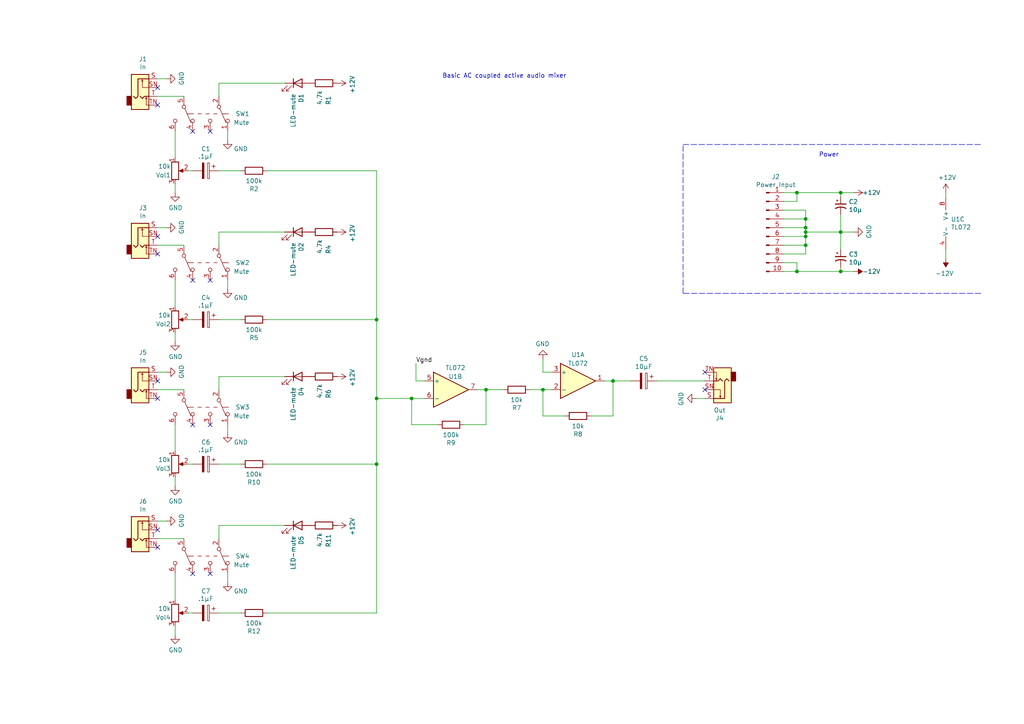
<source format=kicad_sch>
(kicad_sch (version 20211123) (generator eeschema)
  (paper "A4")
  (lib_symbols
    (symbol "Amplifier_Operational:TL072" (pin_names (offset 0.127))
      (property "Reference" "U" (at 0 5.08 0))
      (property "Value" "TL072" (at 0 -5.08 0))
      (symbol "TL072_1_1"
        (polyline (pts (xy -5.08 5.08) (xy 5.08 0) (xy -5.08 -5.08) (xy -5.08 5.08)) (stroke (width 0.254)) (fill (type background)))
        (pin output line (at 7.62 0 180) (length 2.54) (name "~") (number "1"))
        (pin input line (at -7.62 -2.54 0) (length 2.54) (name "-") (number "2"))
        (pin input line (at -7.62 2.54 0) (length 2.54) (name "+") (number "3"))
      )
      (symbol "TL072_2_1"
        (polyline (pts (xy -5.08 5.08) (xy 5.08 0) (xy -5.08 -5.08) (xy -5.08 5.08)) (stroke (width 0.254)) (fill (type background)))
        (pin input line (at -7.62 2.54 0) (length 2.54) (name "+") (number "5"))
        (pin input line (at -7.62 -2.54 0) (length 2.54) (name "-") (number "6"))
        (pin output line (at 7.62 0 180) (length 2.54) (name "~") (number "7"))
      )
      (symbol "TL072_3_1"
        (pin power_in line (at -2.54 -7.62 90) (length 3.81) (name "V-") (number "4"))
        (pin power_in line (at -2.54 7.62 270) (length 3.81) (name "V+") (number "8"))
      )
    )
    (symbol "Connector:AudioJack2_Switch"
      (property "Reference" "J" (at 0 11.43 0))
      (property "Value" "AudioJack2_Switch" (at 0 8.89 0))
      (symbol "AudioJack2_Switch_0_1"
        (rectangle (start -2.54 0) (end -3.81 -2.54) (stroke (width 0.254)) (fill (type outline)))
        (rectangle (start 2.54 6.35) (end -2.54 -3.81) (stroke (width 0.254)) (fill (type background)))
      )
      (symbol "AudioJack2_Switch_1_1"
        (polyline (pts (xy 0.635 4.826) (xy 0.889 4.318)))
        (polyline (pts (xy 1.778 -0.254) (xy 2.032 -0.762)))
        (polyline (pts (xy 0 0) (xy 0.635 -0.635) (xy 1.27 0) (xy 2.54 0)) (stroke (width 0.254)))
        (polyline (pts (xy 2.54 -2.54) (xy 1.778 -2.54) (xy 1.778 -0.254) (xy 1.524 -0.762)))
        (polyline (pts (xy 2.54 2.54) (xy 0.635 2.54) (xy 0.635 4.826) (xy 0.381 4.318)))
        (polyline (pts (xy 2.54 5.08) (xy -0.635 5.08) (xy -0.635 0) (xy -1.27 -0.635) (xy -1.905 0)) (stroke (width 0.254)))
        (pin passive line (at 5.08 5.08 180) (length 2.54) (name "~") (number "S"))
        (pin passive line (at 5.08 2.54 180) (length 2.54) (name "~") (number "SN"))
        (pin passive line (at 5.08 0 180) (length 2.54) (name "~") (number "T"))
        (pin passive line (at 5.08 -2.54 180) (length 2.54) (name "~") (number "TN"))
      )
    )
    (symbol "Connector:Conn_01x10_Male" (pin_names (offset 1.016) hide)
      (property "Reference" "J" (at 0 12.7 0))
      (property "Value" "Conn_01x10_Male" (at 0 -15.24 0))
      (symbol "Conn_01x10_Male_1_1"
        (polyline (pts (xy 1.27 -12.7) (xy 0.8636 -12.7)) (stroke (width 0.1524)))
        (polyline (pts (xy 1.27 -10.16) (xy 0.8636 -10.16)) (stroke (width 0.1524)))
        (polyline (pts (xy 1.27 -7.62) (xy 0.8636 -7.62)) (stroke (width 0.1524)))
        (polyline (pts (xy 1.27 -5.08) (xy 0.8636 -5.08)) (stroke (width 0.1524)))
        (polyline (pts (xy 1.27 -2.54) (xy 0.8636 -2.54)) (stroke (width 0.1524)))
        (polyline (pts (xy 1.27 0) (xy 0.8636 0)) (stroke (width 0.1524)))
        (polyline (pts (xy 1.27 2.54) (xy 0.8636 2.54)) (stroke (width 0.1524)))
        (polyline (pts (xy 1.27 5.08) (xy 0.8636 5.08)) (stroke (width 0.1524)))
        (polyline (pts (xy 1.27 7.62) (xy 0.8636 7.62)) (stroke (width 0.1524)))
        (polyline (pts (xy 1.27 10.16) (xy 0.8636 10.16)) (stroke (width 0.1524)))
        (rectangle (start 0.8636 -12.573) (end 0 -12.827) (stroke (width 0.1524)) (fill (type outline)))
        (rectangle (start 0.8636 -10.033) (end 0 -10.287) (stroke (width 0.1524)) (fill (type outline)))
        (rectangle (start 0.8636 -7.493) (end 0 -7.747) (stroke (width 0.1524)) (fill (type outline)))
        (rectangle (start 0.8636 -4.953) (end 0 -5.207) (stroke (width 0.1524)) (fill (type outline)))
        (rectangle (start 0.8636 -2.413) (end 0 -2.667) (stroke (width 0.1524)) (fill (type outline)))
        (rectangle (start 0.8636 0.127) (end 0 -0.127) (stroke (width 0.1524)) (fill (type outline)))
        (rectangle (start 0.8636 2.667) (end 0 2.413) (stroke (width 0.1524)) (fill (type outline)))
        (rectangle (start 0.8636 5.207) (end 0 4.953) (stroke (width 0.1524)) (fill (type outline)))
        (rectangle (start 0.8636 7.747) (end 0 7.493) (stroke (width 0.1524)) (fill (type outline)))
        (rectangle (start 0.8636 10.287) (end 0 10.033) (stroke (width 0.1524)) (fill (type outline)))
        (pin passive line (at 5.08 10.16 180) (length 3.81) (name "Pin_1") (number "1"))
        (pin passive line (at 5.08 -12.7 180) (length 3.81) (name "Pin_10") (number "10"))
        (pin passive line (at 5.08 7.62 180) (length 3.81) (name "Pin_2") (number "2"))
        (pin passive line (at 5.08 5.08 180) (length 3.81) (name "Pin_3") (number "3"))
        (pin passive line (at 5.08 2.54 180) (length 3.81) (name "Pin_4") (number "4"))
        (pin passive line (at 5.08 0 180) (length 3.81) (name "Pin_5") (number "5"))
        (pin passive line (at 5.08 -2.54 180) (length 3.81) (name "Pin_6") (number "6"))
        (pin passive line (at 5.08 -5.08 180) (length 3.81) (name "Pin_7") (number "7"))
        (pin passive line (at 5.08 -7.62 180) (length 3.81) (name "Pin_8") (number "8"))
        (pin passive line (at 5.08 -10.16 180) (length 3.81) (name "Pin_9") (number "9"))
      )
    )
    (symbol "Device:CP" (pin_numbers hide) (pin_names (offset 0.254))
      (property "Reference" "C" (at 0.635 2.54 0))
      (property "Value" "Device_CP" (at 0.635 -2.54 0))
      (symbol "CP_0_1"
        (rectangle (start -2.286 0.508) (end 2.286 1.016))
        (polyline (pts (xy -1.778 2.286) (xy -0.762 2.286)))
        (polyline (pts (xy -1.27 2.794) (xy -1.27 1.778)))
        (rectangle (start 2.286 -0.508) (end -2.286 -1.016) (fill (type outline)))
      )
      (symbol "CP_1_1"
        (pin passive line (at 0 3.81 270) (length 2.794) (name "~") (number "1"))
        (pin passive line (at 0 -3.81 90) (length 2.794) (name "~") (number "2"))
      )
    )
    (symbol "Device:CP1_Small" (pin_numbers hide) (pin_names (offset 0.254) hide)
      (property "Reference" "C" (at 0.254 1.778 0))
      (property "Value" "Device_CP1_Small" (at 0.254 -2.032 0))
      (symbol "CP1_Small_0_1"
        (polyline (pts (xy -1.524 0.508) (xy 1.524 0.508)) (stroke (width 0.3048)))
        (polyline (pts (xy -1.27 1.524) (xy -0.762 1.524)))
        (polyline (pts (xy -1.016 1.27) (xy -1.016 1.778)))
        (arc (start 1.524 -0.762) (mid 0 -0.3734) (end -1.524 -0.762) (stroke (width 0.3048)))
      )
      (symbol "CP1_Small_1_1"
        (pin passive line (at 0 2.54 270) (length 2.032) (name "~") (number "1"))
        (pin passive line (at 0 -2.54 90) (length 2.032) (name "~") (number "2"))
      )
    )
    (symbol "Device:LED" (pin_numbers hide) (pin_names (offset 1.016) hide)
      (property "Reference" "D" (at 0 2.54 0))
      (property "Value" "LED" (at 0 -2.54 0))
      (symbol "LED_0_1"
        (polyline (pts (xy -1.27 -1.27) (xy -1.27 1.27)) (stroke (width 0.254)))
        (polyline (pts (xy -1.27 0) (xy 1.27 0)))
        (polyline (pts (xy 1.27 -1.27) (xy 1.27 1.27) (xy -1.27 0) (xy 1.27 -1.27)) (stroke (width 0.254)))
        (polyline (pts (xy -3.048 -0.762) (xy -4.572 -2.286) (xy -3.81 -2.286) (xy -4.572 -2.286) (xy -4.572 -1.524)))
        (polyline (pts (xy -1.778 -0.762) (xy -3.302 -2.286) (xy -2.54 -2.286) (xy -3.302 -2.286) (xy -3.302 -1.524)))
      )
      (symbol "LED_1_1"
        (pin passive line (at -3.81 0 0) (length 2.54) (name "K") (number "1"))
        (pin passive line (at 3.81 0 180) (length 2.54) (name "A") (number "2"))
      )
    )
    (symbol "Device:R" (pin_numbers hide) (pin_names (offset 0))
      (property "Reference" "R" (at 2.032 0 90))
      (property "Value" "R" (at 0 0 90))
      (symbol "R_0_1"
        (rectangle (start -1.016 -2.54) (end 1.016 2.54) (stroke (width 0.254)))
      )
      (symbol "R_1_1"
        (pin passive line (at 0 3.81 270) (length 1.27) (name "~") (number "1"))
        (pin passive line (at 0 -3.81 90) (length 1.27) (name "~") (number "2"))
      )
    )
    (symbol "Device:R_POT" (pin_names (offset 1.016) hide)
      (property "Reference" "RV" (at -4.445 0 90))
      (property "Value" "Device_R_POT" (at -2.54 0 90))
      (symbol "R_POT_0_1"
        (polyline (pts (xy 2.54 0) (xy 1.524 0)))
        (polyline (pts (xy 1.143 0) (xy 2.286 0.508) (xy 2.286 -0.508) (xy 1.143 0)) (fill (type outline)))
        (rectangle (start 1.016 2.54) (end -1.016 -2.54) (stroke (width 0.254)))
      )
      (symbol "R_POT_1_1"
        (pin passive line (at 0 3.81 270) (length 1.27) (name "1") (number "1"))
        (pin passive line (at 3.81 0 180) (length 1.27) (name "2") (number "2"))
        (pin passive line (at 0 -3.81 90) (length 1.27) (name "3") (number "3"))
      )
    )
    (symbol "Switch:SW_Push_DPDT" (pin_names (offset 0) hide)
      (property "Reference" "SW" (at 0 8.89 0))
      (property "Value" "SW_Push_DPDT" (at 0 -10.16 0))
      (symbol "SW_Push_DPDT_0_0"
        (circle (center -2.032 -5.08) (radius 0.508))
        (circle (center -2.032 5.08) (radius 0.508))
        (circle (center 2.032 -7.62) (radius 0.508))
        (circle (center 2.032 2.54) (radius 0.508))
      )
      (symbol "SW_Push_DPDT_0_1"
        (polyline (pts (xy -1.524 -4.826) (xy 2.54 -3.048)))
        (polyline (pts (xy -1.524 5.334) (xy 2.54 7.112)))
        (polyline (pts (xy 0 -2.286) (xy 0 -4.064)))
        (polyline (pts (xy 0 -1.016) (xy 0 0)))
        (polyline (pts (xy 0 1.27) (xy 0 2.286)))
        (polyline (pts (xy 0 3.556) (xy 0 4.572)))
        (polyline (pts (xy 0 7.874) (xy 0 6.096)))
        (circle (center 2.032 -2.54) (radius 0.508))
        (circle (center 2.032 7.62) (radius 0.508))
      )
      (symbol "SW_Push_DPDT_1_1"
        (pin passive line (at 5.08 7.62 180) (length 2.54) (name "A") (number "1"))
        (pin passive line (at -5.08 5.08 0) (length 2.54) (name "B") (number "2"))
        (pin passive line (at 5.08 2.54 180) (length 2.54) (name "C") (number "3"))
        (pin passive line (at 5.08 -2.54 180) (length 2.54) (name "A") (number "4"))
        (pin passive line (at -5.08 -5.08 0) (length 2.54) (name "B") (number "5"))
        (pin passive line (at 5.08 -7.62 180) (length 2.54) (name "C") (number "6"))
      )
    )
    (symbol "power:+12V" (power) (pin_names (offset 0))
      (property "Value" "+12V" (at 0 3.556 0))
      (symbol "+12V_0_1"
        (polyline (pts (xy -0.762 1.27) (xy 0 2.54)))
        (polyline (pts (xy 0 0) (xy 0 2.54)))
        (polyline (pts (xy 0 2.54) (xy 0.762 1.27)))
      )
      (symbol "+12V_1_1"
        (pin power_in line (at 0 0 90) (length 0) hide (name "+12V") (number "1"))
      )
    )
    (symbol "power:-12V" (power) (pin_names (offset 0))
      (property "Value" "-12V" (at 0 3.81 0))
      (symbol "-12V_0_0"
        (pin power_in line (at 0 0 90) (length 0) hide (name "-12V") (number "1"))
      )
      (symbol "-12V_0_1"
        (polyline (pts (xy 0 0) (xy 0 1.27) (xy 0.762 1.27) (xy 0 2.54) (xy -0.762 1.27) (xy 0 1.27)) (fill (type outline)))
      )
    )
    (symbol "power:GND" (power) (pin_names (offset 0))
      (property "Value" "GND" (at 0 -3.81 0))
      (symbol "GND_0_1"
        (polyline (pts (xy 0 0) (xy 0 -1.27) (xy 1.27 -1.27) (xy 0 -2.54) (xy -1.27 -1.27) (xy 0 -1.27)))
      )
      (symbol "GND_1_1"
        (pin power_in line (at 0 0 270) (length 0) hide (name "GND") (number "1"))
      )
    )
  )
  (junction (at 109.22 92.71))
  (junction (at 233.68 68.58))
  (junction (at 177.8 110.49))
  (junction (at 157.48 113.03))
  (junction (at 109.22 134.62))
  (junction (at 243.84 78.74))
  (junction (at 233.68 67.31))
  (junction (at 233.68 71.12))
  (junction (at 140.97 113.03))
  (junction (at 109.22 115.57))
  (junction (at 231.14 55.88))
  (junction (at 233.68 66.04))
  (junction (at 119.38 115.57))
  (junction (at 233.68 63.5))
  (junction (at 243.84 67.31))
  (junction (at 243.84 55.88))
  (junction (at 231.14 78.74))
  (no_connect (at 45.72 110.49))
  (no_connect (at 204.47 113.03))
  (no_connect (at 60.96 123.19))
  (no_connect (at 45.72 73.66))
  (no_connect (at 55.88 123.19))
  (no_connect (at 55.88 81.28))
  (no_connect (at 45.72 158.75))
  (no_connect (at 45.72 115.57))
  (no_connect (at 55.88 166.37))
  (no_connect (at 45.72 30.48))
  (no_connect (at 204.47 107.95))
  (no_connect (at 45.72 25.4))
  (no_connect (at 45.72 68.58))
  (no_connect (at 60.96 81.28))
  (no_connect (at 60.96 166.37))
  (no_connect (at 45.72 153.67))
  (no_connect (at 60.96 38.1))
  (no_connect (at 55.88 38.1))
  (wire (pts (xy 171.45 120.65) (xy 177.8 120.65)))
  (wire (pts (xy 204.47 115.57) (xy 201.93 115.57)))
  (wire (pts (xy 140.97 113.03) (xy 140.97 123.19)))
  (wire (pts (xy 233.68 71.12) (xy 233.68 68.58)))
  (wire (pts (xy 160.02 107.95) (xy 157.48 107.95)))
  (wire (pts (xy 119.38 115.57) (xy 123.19 115.57)))
  (wire (pts (xy 109.22 49.53) (xy 109.22 92.71)))
  (wire (pts (xy 243.84 77.47) (xy 243.84 78.74)))
  (wire (pts (xy 63.5 24.13) (xy 82.55 24.13)))
  (wire (pts (xy 50.8 99.06) (xy 50.8 96.52)))
  (wire (pts (xy 54.61 177.8) (xy 55.88 177.8)))
  (wire (pts (xy 63.5 49.53) (xy 69.85 49.53)))
  (wire (pts (xy 50.8 166.37) (xy 50.8 173.99)))
  (wire (pts (xy 45.72 71.12) (xy 53.34 71.12)))
  (wire (pts (xy 243.84 78.74) (xy 247.65 78.74)))
  (wire (pts (xy 63.5 177.8) (xy 69.85 177.8)))
  (wire (pts (xy 227.33 60.96) (xy 233.68 60.96)))
  (wire (pts (xy 243.84 62.23) (xy 243.84 67.31)))
  (wire (pts (xy 227.33 58.42) (xy 231.14 58.42)))
  (wire (pts (xy 233.68 67.31) (xy 243.84 67.31)))
  (wire (pts (xy 157.48 107.95) (xy 157.48 104.14)))
  (wire (pts (xy 227.33 76.2) (xy 231.14 76.2)))
  (wire (pts (xy 157.48 113.03) (xy 157.48 120.65)))
  (wire (pts (xy 177.8 110.49) (xy 175.26 110.49)))
  (wire (pts (xy 233.68 60.96) (xy 233.68 63.5)))
  (wire (pts (xy 140.97 123.19) (xy 134.62 123.19)))
  (wire (pts (xy 63.5 134.62) (xy 69.85 134.62)))
  (wire (pts (xy 227.33 63.5) (xy 233.68 63.5)))
  (wire (pts (xy 157.48 113.03) (xy 160.02 113.03)))
  (wire (pts (xy 50.8 140.97) (xy 50.8 138.43)))
  (wire (pts (xy 109.22 115.57) (xy 119.38 115.57)))
  (wire (pts (xy 233.68 68.58) (xy 233.68 67.31)))
  (polyline (pts (xy 198.12 85.09) (xy 198.12 41.91)))
  (wire (pts (xy 63.5 92.71) (xy 69.85 92.71)))
  (wire (pts (xy 274.32 72.39) (xy 274.32 74.93)))
  (wire (pts (xy 66.04 38.1) (xy 66.04 40.64)))
  (wire (pts (xy 243.84 55.88) (xy 247.65 55.88)))
  (wire (pts (xy 140.97 113.03) (xy 146.05 113.03)))
  (wire (pts (xy 177.8 110.49) (xy 182.88 110.49)))
  (wire (pts (xy 66.04 81.28) (xy 66.04 83.82)))
  (wire (pts (xy 45.72 27.94) (xy 53.34 27.94)))
  (wire (pts (xy 227.33 78.74) (xy 231.14 78.74)))
  (wire (pts (xy 54.61 49.53) (xy 55.88 49.53)))
  (wire (pts (xy 120.65 105.41) (xy 120.65 110.49)))
  (wire (pts (xy 243.84 57.15) (xy 243.84 55.88)))
  (wire (pts (xy 233.68 67.31) (xy 233.68 66.04)))
  (wire (pts (xy 109.22 134.62) (xy 109.22 177.8)))
  (wire (pts (xy 66.04 166.37) (xy 66.04 168.91)))
  (wire (pts (xy 138.43 113.03) (xy 140.97 113.03)))
  (wire (pts (xy 63.5 109.22) (xy 63.5 113.03)))
  (wire (pts (xy 153.67 113.03) (xy 157.48 113.03)))
  (wire (pts (xy 63.5 152.4) (xy 82.55 152.4)))
  (wire (pts (xy 233.68 73.66) (xy 233.68 71.12)))
  (wire (pts (xy 243.84 67.31) (xy 247.65 67.31)))
  (polyline (pts (xy 198.12 41.91) (xy 284.48 41.91)))
  (wire (pts (xy 157.48 120.65) (xy 163.83 120.65)))
  (wire (pts (xy 274.32 55.88) (xy 274.32 57.15)))
  (wire (pts (xy 127 123.19) (xy 119.38 123.19)))
  (wire (pts (xy 50.8 123.19) (xy 50.8 130.81)))
  (wire (pts (xy 109.22 115.57) (xy 109.22 134.62)))
  (wire (pts (xy 177.8 120.65) (xy 177.8 110.49)))
  (wire (pts (xy 45.72 151.13) (xy 48.26 151.13)))
  (wire (pts (xy 45.72 156.21) (xy 53.34 156.21)))
  (wire (pts (xy 54.61 92.71) (xy 55.88 92.71)))
  (wire (pts (xy 50.8 38.1) (xy 50.8 45.72)))
  (wire (pts (xy 119.38 123.19) (xy 119.38 115.57)))
  (wire (pts (xy 66.04 123.19) (xy 66.04 125.73)))
  (wire (pts (xy 243.84 67.31) (xy 243.84 72.39)))
  (wire (pts (xy 123.19 110.49) (xy 120.65 110.49)))
  (wire (pts (xy 63.5 109.22) (xy 82.55 109.22)))
  (wire (pts (xy 233.68 63.5) (xy 233.68 66.04)))
  (wire (pts (xy 45.72 107.95) (xy 48.26 107.95)))
  (wire (pts (xy 77.47 134.62) (xy 109.22 134.62)))
  (wire (pts (xy 190.5 110.49) (xy 204.47 110.49)))
  (wire (pts (xy 231.14 76.2) (xy 231.14 78.74)))
  (wire (pts (xy 231.14 58.42) (xy 231.14 55.88)))
  (wire (pts (xy 63.5 67.31) (xy 82.55 67.31)))
  (wire (pts (xy 50.8 184.15) (xy 50.8 181.61)))
  (wire (pts (xy 227.33 73.66) (xy 233.68 73.66)))
  (polyline (pts (xy 284.48 85.09) (xy 198.12 85.09)))
  (wire (pts (xy 227.33 71.12) (xy 233.68 71.12)))
  (wire (pts (xy 109.22 92.71) (xy 109.22 115.57)))
  (wire (pts (xy 227.33 55.88) (xy 231.14 55.88)))
  (wire (pts (xy 233.68 66.04) (xy 227.33 66.04)))
  (wire (pts (xy 231.14 55.88) (xy 243.84 55.88)))
  (wire (pts (xy 45.72 113.03) (xy 53.34 113.03)))
  (wire (pts (xy 227.33 68.58) (xy 233.68 68.58)))
  (wire (pts (xy 54.61 134.62) (xy 55.88 134.62)))
  (wire (pts (xy 77.47 92.71) (xy 109.22 92.71)))
  (wire (pts (xy 45.72 22.86) (xy 48.26 22.86)))
  (wire (pts (xy 63.5 67.31) (xy 63.5 71.12)))
  (wire (pts (xy 45.72 66.04) (xy 48.26 66.04)))
  (wire (pts (xy 50.8 55.88) (xy 50.8 53.34)))
  (wire (pts (xy 63.5 152.4) (xy 63.5 156.21)))
  (wire (pts (xy 77.47 49.53) (xy 109.22 49.53)))
  (wire (pts (xy 50.8 81.28) (xy 50.8 88.9)))
  (wire (pts (xy 109.22 177.8) (xy 77.47 177.8)))
  (wire (pts (xy 231.14 78.74) (xy 243.84 78.74)))
  (wire (pts (xy 63.5 24.13) (xy 63.5 27.94)))
  (text "Power" (at 237.49 45.72 0) (effects (font (size 1.27 1.27)) (justify left bottom)))
  (text "Basic AC coupled active audio mixer" (at 128.27 22.86 0) (effects (font (size 1.27 1.27)) (justify left bottom)))
  (label "Vgnd" (at 120.65 105.41 0))
  (symbol (lib_id "Amplifier_Operational:TL072") (at 167.64 110.49 0) (unit 1)
    (property "Reference" "U1" (at 167.64 102.87 0))
    (property "Value" "TL072" (at 167.64 105.41 0))
    (property "Footprint" "Package_DIP:DIP-8_W7.62mm_Socket" (effects hide))
    (property "Datasheet" "http://www.ti.com/lit/ds/symlink/tl071.pdf" (effects hide))
  )
  (symbol (lib_id "Amplifier_Operational:TL072") (at 130.81 113.03 0) (unit 2)
    (property "Reference" "U1" (at 132.08 109.22 0))
    (property "Value" "TL072" (at 132.08 106.68 0))
    (property "Footprint" "Package_DIP:DIP-8_W7.62mm_Socket" (effects hide))
    (property "Datasheet" "http://www.ti.com/lit/ds/symlink/tl071.pdf" (effects hide))
  )
  (symbol (lib_id "power:+12V") (at 247.65 55.88 270) (unit 1)
    (property "Reference" "#PWR05" (effects hide))
    (property "Value" "+12V" (at 252.73 55.88 90))
  )
  (symbol (lib_id "power:-12V") (at 247.65 78.74 270) (unit 1)
    (property "Reference" "#PWR014" (effects hide))
    (property "Value" "-12V" (at 252.73 78.74 90))
  )
  (symbol (lib_id "Connector:Conn_01x10_Male") (at 222.25 66.04 0) (unit 1)
    (property "Reference" "J2" (at 224.9932 51.2826 0))
    (property "Value" "Power Input" (at 224.9932 53.594 0))
    (property "Footprint" "Connector_PinHeader_2.54mm:PinHeader_2x05_P2.54mm_Vertical" (effects hide))
  )
  (symbol (lib_id "Device:CP1_Small") (at 243.84 59.69 0) (unit 1)
    (property "Reference" "C2" (at 246.1514 58.5216 0) (effects (justify left)))
    (property "Value" "10µ" (at 246.1514 60.833 0) (effects (justify left)))
    (property "Footprint" "Capacitor_THT:CP_Radial_D5.0mm_P2.00mm" (effects hide))
  )
  (symbol (lib_id "Device:CP1_Small") (at 243.84 74.93 0) (unit 1)
    (property "Reference" "C3" (at 246.1514 73.7616 0) (effects (justify left)))
    (property "Value" "10µ" (at 246.1514 76.073 0) (effects (justify left)))
    (property "Footprint" "Capacitor_THT:CP_Radial_D5.0mm_P2.00mm" (effects hide))
  )
  (symbol (lib_id "power:GND") (at 247.65 67.31 90) (unit 1)
    (property "Reference" "#PWR011" (effects hide))
    (property "Value" "GND" (at 252.0442 67.183 0))
  )
  (symbol (lib_id "Connector:AudioJack2_Switch") (at 40.64 27.94 0) (unit 1)
    (property "Reference" "J1" (at 41.4528 17.145 0))
    (property "Value" "In" (at 41.4528 19.4564 0))
    (property "Footprint" "Synth:Thonkiconn" (effects hide))
  )
  (symbol (lib_id "power:GND") (at 48.26 22.86 90) (unit 1)
    (property "Reference" "#PWR01" (effects hide))
    (property "Value" "GND" (at 52.6542 22.733 0))
  )
  (symbol (lib_id "power:-12V") (at 274.32 74.93 180) (unit 1)
    (property "Reference" "#PWR013" (effects hide))
    (property "Value" "-12V" (at 273.939 79.3242 0))
  )
  (symbol (lib_id "power:+12V") (at 274.32 55.88 0) (unit 1)
    (property "Reference" "#PWR06" (effects hide))
    (property "Value" "+12V" (at 274.701 51.4858 0))
  )
  (symbol (lib_id "Amplifier_Operational:TL072") (at 276.86 64.77 0) (unit 3)
    (property "Reference" "U1" (at 275.7932 63.6016 0) (effects (justify left)))
    (property "Value" "TL072" (at 275.7932 65.913 0) (effects (justify left)))
    (property "Footprint" "Package_DIP:DIP-8_W7.62mm_Socket" (effects hide))
    (property "Datasheet" "http://www.ti.com/lit/ds/symlink/tl071.pdf" (effects hide))
  )
  (symbol (lib_id "Device:R_POT") (at 50.8 134.62 0) (unit 1)
    (property "Reference" "Vol3" (at 49.53 135.89 0) (effects (justify right)))
    (property "Value" "10k" (at 49.53 133.35 0) (effects (justify right)))
    (property "Footprint" "Synth:Pot-bourns-alpha" (effects hide))
  )
  (symbol (lib_id "Device:R_POT") (at 50.8 177.8 0) (unit 1)
    (property "Reference" "Vol4" (at 49.53 179.07 0) (effects (justify right)))
    (property "Value" "10k" (at 49.53 176.53 0) (effects (justify right)))
    (property "Footprint" "Synth:Pot-bourns-alpha" (effects hide))
  )
  (symbol (lib_id "Connector:AudioJack2_Switch") (at 40.64 113.03 0) (unit 1)
    (property "Reference" "J5" (at 41.4528 102.235 0))
    (property "Value" "In" (at 41.4528 104.5464 0))
    (property "Footprint" "Synth:Thonkiconn" (effects hide))
  )
  (symbol (lib_id "Switch:SW_Push_DPDT") (at 58.42 76.2 270) (unit 1)
    (property "Reference" "SW2" (at 72.39 76.2 90) (effects (justify right)))
    (property "Value" "Mute" (at 72.39 78.74 90) (effects (justify right)))
    (property "Footprint" "Synth:SW_DPDT_Toggle" (effects hide))
  )
  (symbol (lib_id "Device:R") (at 93.98 24.13 270) (unit 1)
    (property "Reference" "R1" (at 95.25 30.48 0) (effects (justify right)))
    (property "Value" "4.7k" (at 92.71 30.48 0) (effects (justify right)))
    (property "Footprint" "Resistor_THT:R_Axial_DIN0207_L6.3mm_D2.5mm_P10.16mm_Horizontal" (effects hide))
  )
  (symbol (lib_id "Device:LED") (at 86.36 67.31 0) (unit 1)
    (property "Reference" "D2" (at 87.3506 70.3072 90) (effects (justify right)))
    (property "Value" "LED-mute" (at 85.0392 70.3072 90) (effects (justify right)))
    (property "Footprint" "LED_THT:LED_D4.0mm" (effects hide))
  )
  (symbol (lib_id "Device:LED") (at 86.36 152.4 0) (unit 1)
    (property "Reference" "D5" (at 87.3506 155.3972 90) (effects (justify right)))
    (property "Value" "LED-mute" (at 85.0392 155.3972 90) (effects (justify right)))
    (property "Footprint" "LED_THT:LED_D4.0mm" (effects hide))
  )
  (symbol (lib_id "Connector:AudioJack2_Switch") (at 209.55 110.49 180) (unit 1)
    (property "Reference" "J4" (at 208.7372 121.285 0))
    (property "Value" "Out" (at 208.7372 118.9736 0))
    (property "Footprint" "Synth:Thonkiconn" (effects hide))
  )
  (symbol (lib_id "power:GND") (at 66.04 125.73 0) (unit 1)
    (property "Reference" "#PWR021" (effects hide))
    (property "Value" "GND" (at 69.85 128.27 0))
  )
  (symbol (lib_id "power:GND") (at 48.26 151.13 90) (unit 1)
    (property "Reference" "#PWR023" (effects hide))
    (property "Value" "GND" (at 52.6542 151.003 0))
  )
  (symbol (lib_id "Device:R") (at 93.98 109.22 270) (unit 1)
    (property "Reference" "R6" (at 95.25 115.57 0) (effects (justify right)))
    (property "Value" "4.7k" (at 92.71 115.57 0) (effects (justify right)))
    (property "Footprint" "Resistor_THT:R_Axial_DIN0207_L6.3mm_D2.5mm_P10.16mm_Horizontal" (effects hide))
  )
  (symbol (lib_id "power:+12V") (at 97.79 24.13 270) (unit 1)
    (property "Reference" "#PWR02" (effects hide))
    (property "Value" "+12V" (at 102.1842 24.511 0))
  )
  (symbol (lib_id "Device:R") (at 93.98 152.4 270) (unit 1)
    (property "Reference" "R11" (at 95.25 158.75 0) (effects (justify right)))
    (property "Value" "4.7k" (at 92.71 158.75 0) (effects (justify right)))
    (property "Footprint" "Resistor_THT:R_Axial_DIN0207_L6.3mm_D2.5mm_P10.16mm_Horizontal" (effects hide))
  )
  (symbol (lib_id "power:GND") (at 201.93 115.57 270) (unit 1)
    (property "Reference" "#PWR020" (effects hide))
    (property "Value" "GND" (at 197.5358 115.697 0))
  )
  (symbol (lib_id "Device:R") (at 73.66 177.8 270) (unit 1)
    (property "Reference" "R12" (at 73.66 183.0578 90))
    (property "Value" "100k" (at 73.66 180.7464 90))
    (property "Footprint" "Resistor_THT:R_Axial_DIN0207_L6.3mm_D2.5mm_P10.16mm_Horizontal" (effects hide))
  )
  (symbol (lib_id "Device:LED") (at 86.36 24.13 0) (unit 1)
    (property "Reference" "D1" (at 87.3506 27.1272 90) (effects (justify right)))
    (property "Value" "LED-mute" (at 85.0392 27.1272 90) (effects (justify right)))
    (property "Footprint" "LED_THT:LED_D4.0mm" (effects hide))
  )
  (symbol (lib_id "Device:CP") (at 59.69 49.53 270) (unit 1)
    (property "Reference" "C1" (at 59.69 43.18 90))
    (property "Value" ".1µF" (at 59.69 45.3644 90))
    (property "Footprint" "Capacitor_THT:CP_Radial_D5.0mm_P2.00mm" (effects hide))
  )
  (symbol (lib_id "power:GND") (at 50.8 55.88 0) (unit 1)
    (property "Reference" "#PWR04" (effects hide))
    (property "Value" "GND" (at 50.927 60.2742 0))
  )
  (symbol (lib_id "Device:R") (at 93.98 67.31 270) (unit 1)
    (property "Reference" "R4" (at 95.25 73.66 0) (effects (justify right)))
    (property "Value" "4.7k" (at 92.71 73.66 0) (effects (justify right)))
    (property "Footprint" "Resistor_THT:R_Axial_DIN0207_L6.3mm_D2.5mm_P10.16mm_Horizontal" (effects hide))
  )
  (symbol (lib_id "Device:R_POT") (at 50.8 49.53 0) (unit 1)
    (property "Reference" "Vol1" (at 49.53 50.8 0) (effects (justify right)))
    (property "Value" "10k" (at 49.53 48.26 0) (effects (justify right)))
    (property "Footprint" "Synth:Pot-bourns-alpha" (effects hide))
  )
  (symbol (lib_id "power:GND") (at 66.04 40.64 0) (unit 1)
    (property "Reference" "#PWR03" (effects hide))
    (property "Value" "GND" (at 69.85 43.18 0))
  )
  (symbol (lib_id "power:+12V") (at 97.79 152.4 270) (unit 1)
    (property "Reference" "#PWR024" (effects hide))
    (property "Value" "+12V" (at 102.1842 152.781 0))
  )
  (symbol (lib_id "Switch:SW_Push_DPDT") (at 58.42 33.02 270) (unit 1)
    (property "Reference" "SW1" (at 72.39 33.02 90) (effects (justify right)))
    (property "Value" "Mute" (at 72.39 35.56 90) (effects (justify right)))
    (property "Footprint" "Synth:SW_DPDT_Toggle" (effects hide))
  )
  (symbol (lib_id "Connector:AudioJack2_Switch") (at 40.64 156.21 0) (unit 1)
    (property "Reference" "J6" (at 41.4528 145.415 0))
    (property "Value" "In" (at 41.4528 147.7264 0))
    (property "Footprint" "Synth:Thonkiconn" (effects hide))
  )
  (symbol (lib_id "power:GND") (at 50.8 184.15 0) (unit 1)
    (property "Reference" "#PWR026" (effects hide))
    (property "Value" "GND" (at 50.927 188.5442 0))
  )
  (symbol (lib_id "Device:R") (at 73.66 134.62 270) (unit 1)
    (property "Reference" "R10" (at 73.66 139.8778 90))
    (property "Value" "100k" (at 73.66 137.5664 90))
    (property "Footprint" "Resistor_THT:R_Axial_DIN0207_L6.3mm_D2.5mm_P10.16mm_Horizontal" (effects hide))
  )
  (symbol (lib_id "Switch:SW_Push_DPDT") (at 58.42 118.11 270) (unit 1)
    (property "Reference" "SW3" (at 72.39 118.11 90) (effects (justify right)))
    (property "Value" "Mute" (at 72.39 120.65 90) (effects (justify right)))
    (property "Footprint" "Synth:SW_DPDT_Toggle" (effects hide))
  )
  (symbol (lib_id "Device:CP") (at 59.69 134.62 270) (unit 1)
    (property "Reference" "C6" (at 59.69 128.27 90))
    (property "Value" ".1µF" (at 59.69 130.4544 90))
    (property "Footprint" "Capacitor_THT:CP_Radial_D5.0mm_P2.00mm" (effects hide))
  )
  (symbol (lib_id "power:+12V") (at 97.79 109.22 270) (unit 1)
    (property "Reference" "#PWR019" (effects hide))
    (property "Value" "+12V" (at 102.1842 109.601 0))
  )
  (symbol (lib_id "power:+12V") (at 97.79 67.31 270) (unit 1)
    (property "Reference" "#PWR010" (effects hide))
    (property "Value" "+12V" (at 102.1842 67.691 0))
  )
  (symbol (lib_id "Device:CP") (at 59.69 92.71 270) (unit 1)
    (property "Reference" "C4" (at 59.69 86.36 90))
    (property "Value" ".1µF" (at 59.69 88.5444 90))
    (property "Footprint" "Capacitor_THT:CP_Radial_D5.0mm_P2.00mm" (effects hide))
  )
  (symbol (lib_id "power:GND") (at 50.8 99.06 0) (unit 1)
    (property "Reference" "#PWR016" (effects hide))
    (property "Value" "GND" (at 50.927 103.4542 0))
  )
  (symbol (lib_id "Device:R") (at 73.66 49.53 270) (unit 1)
    (property "Reference" "R2" (at 73.66 54.7878 90))
    (property "Value" "100k" (at 73.66 52.4764 90))
    (property "Footprint" "Resistor_THT:R_Axial_DIN0207_L6.3mm_D2.5mm_P10.16mm_Horizontal" (effects hide))
  )
  (symbol (lib_id "Device:R_POT") (at 50.8 92.71 0) (unit 1)
    (property "Reference" "Vol2" (at 49.53 93.98 0) (effects (justify right)))
    (property "Value" "10k" (at 49.53 91.44 0) (effects (justify right)))
    (property "Footprint" "Synth:Pot-bourns-alpha" (effects hide))
  )
  (symbol (lib_id "power:GND") (at 66.04 83.82 0) (unit 1)
    (property "Reference" "#PWR015" (effects hide))
    (property "Value" "GND" (at 69.85 86.36 0))
  )
  (symbol (lib_id "Switch:SW_Push_DPDT") (at 58.42 161.29 270) (unit 1)
    (property "Reference" "SW4" (at 72.39 161.29 90) (effects (justify right)))
    (property "Value" "Mute" (at 72.39 163.83 90) (effects (justify right)))
    (property "Footprint" "Synth:SW_DPDT_Toggle" (effects hide))
  )
  (symbol (lib_id "Device:LED") (at 86.36 109.22 0) (unit 1)
    (property "Reference" "D4" (at 87.3506 112.2172 90) (effects (justify right)))
    (property "Value" "LED-mute" (at 85.0392 112.2172 90) (effects (justify right)))
    (property "Footprint" "LED_THT:LED_D4.0mm" (effects hide))
  )
  (symbol (lib_id "power:GND") (at 157.48 104.14 180) (unit 1)
    (property "Reference" "#PWR017" (effects hide))
    (property "Value" "GND" (at 157.353 99.7458 0))
  )
  (symbol (lib_id "Device:CP") (at 59.69 177.8 270) (unit 1)
    (property "Reference" "C7" (at 59.69 171.45 90))
    (property "Value" ".1µF" (at 59.69 173.6344 90))
    (property "Footprint" "Capacitor_THT:CP_Radial_D5.0mm_P2.00mm" (effects hide))
  )
  (symbol (lib_id "power:GND") (at 48.26 107.95 90) (unit 1)
    (property "Reference" "#PWR018" (effects hide))
    (property "Value" "GND" (at 52.6542 107.823 0))
  )
  (symbol (lib_id "Device:R") (at 73.66 92.71 270) (unit 1)
    (property "Reference" "R5" (at 73.66 97.9678 90))
    (property "Value" "100k" (at 73.66 95.6564 90))
    (property "Footprint" "Resistor_THT:R_Axial_DIN0207_L6.3mm_D2.5mm_P10.16mm_Horizontal" (effects hide))
  )
  (symbol (lib_id "power:GND") (at 50.8 140.97 0) (unit 1)
    (property "Reference" "#PWR022" (effects hide))
    (property "Value" "GND" (at 50.927 145.3642 0))
  )
  (symbol (lib_id "Connector:AudioJack2_Switch") (at 40.64 71.12 0) (unit 1)
    (property "Reference" "J3" (at 41.4528 60.325 0))
    (property "Value" "In" (at 41.4528 62.6364 0))
    (property "Footprint" "Synth:Thonkiconn" (effects hide))
  )
  (symbol (lib_id "Device:R") (at 130.81 123.19 270) (unit 1)
    (property "Reference" "R9" (at 130.81 128.4478 90))
    (property "Value" "100k" (at 130.81 126.1364 90))
    (property "Footprint" "Resistor_THT:R_Axial_DIN0207_L6.3mm_D2.5mm_P10.16mm_Horizontal" (effects hide))
  )
  (symbol (lib_id "Device:R") (at 149.86 113.03 270) (unit 1)
    (property "Reference" "R7" (at 149.86 118.2878 90))
    (property "Value" "10k" (at 149.86 115.9764 90))
    (property "Footprint" "Resistor_THT:R_Axial_DIN0207_L6.3mm_D2.5mm_P10.16mm_Horizontal" (effects hide))
  )
  (symbol (lib_id "power:GND") (at 48.26 66.04 90) (unit 1)
    (property "Reference" "#PWR09" (effects hide))
    (property "Value" "GND" (at 52.6542 65.913 0))
  )
  (symbol (lib_id "Device:R") (at 167.64 120.65 270) (unit 1)
    (property "Reference" "R8" (at 167.64 125.9078 90))
    (property "Value" "10k" (at 167.64 123.5964 90))
    (property "Footprint" "Resistor_THT:R_Axial_DIN0207_L6.3mm_D2.5mm_P10.16mm_Horizontal" (effects hide))
  )
  (symbol (lib_id "power:GND") (at 66.04 168.91 0) (unit 1)
    (property "Reference" "#PWR025" (effects hide))
    (property "Value" "GND" (at 69.85 171.45 0))
  )
  (symbol (lib_id "Device:CP") (at 186.69 110.49 270) (unit 1)
    (property "Reference" "C5" (at 186.69 104.013 90))
    (property "Value" "10µF" (at 186.69 106.3244 90))
    (property "Footprint" "Capacitor_THT:CP_Radial_D5.0mm_P2.00mm" (effects hide))
  )
)
</source>
